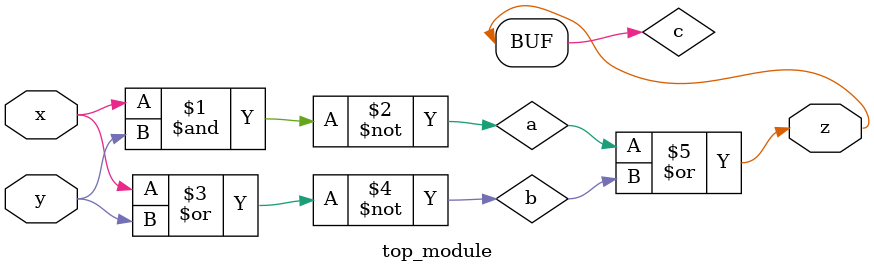
<source format=sv>
module top_module(
  input x,
  input y,
  output z);

  wire a, b, c;

  // First gate
  nand gate1(a, x, y);     // a = x NAND y

  // Second gate
  nor gate2(b, x, y);      // b = x NOR y

  // Third gate
  or gate3(c, a, b);      // c = a OR b

  // Fourth gate
  buf gate4(z, c);       // z = c

endmodule

</source>
